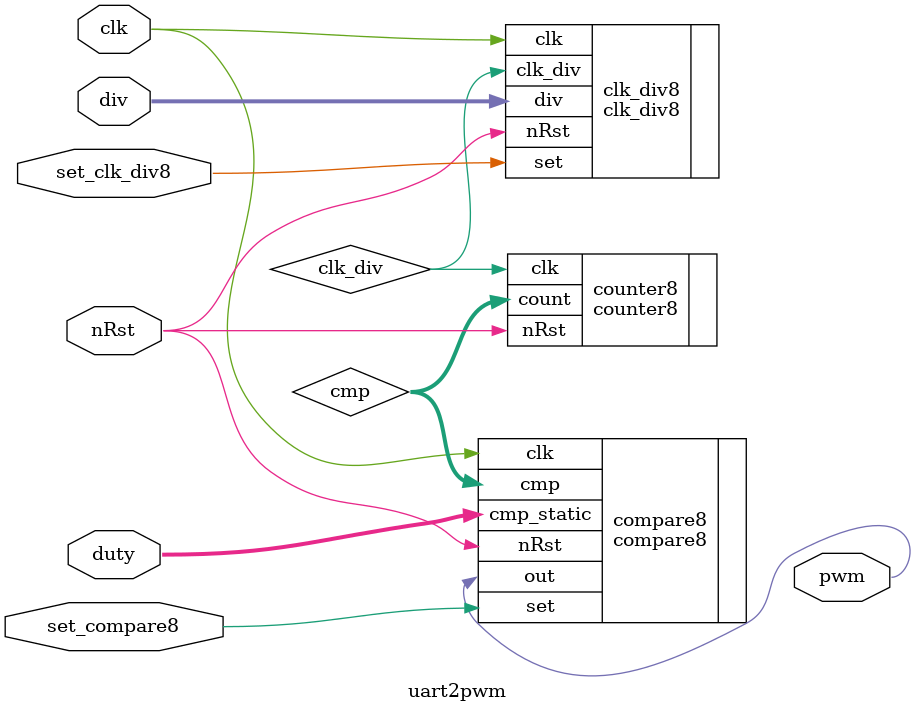
<source format=v>
`timescale 1ns/1ps
module uart2pwm(
	input				clk,
	input				nRst,
	input	   [7:0] div,
	input	   [7:0] duty,
   input          set_clk_div8,
   input          set_compare8,
	output         pwm
);

   wire  [7:0] cmp;

   clk_div8 clk_div8(
      .clk        (clk              ),
      .nRst       (nRst             ),
      .div        (div              ),
      .set        (set_clk_div8     ),
      .clk_div    (clk_div          )
   );

   counter8 counter8(
      .clk        (clk_div          ),
      .nRst       (nRst             ),
      .count      (cmp              )
   );

   compare8 compare8(
      .clk        (clk              ),
      .nRst       (nRst             ),
      .set        (set_compare8     ),
      .cmp_static (duty             ),
      .cmp        (cmp              ),
      .out        (pwm              )
   );

endmodule

</source>
